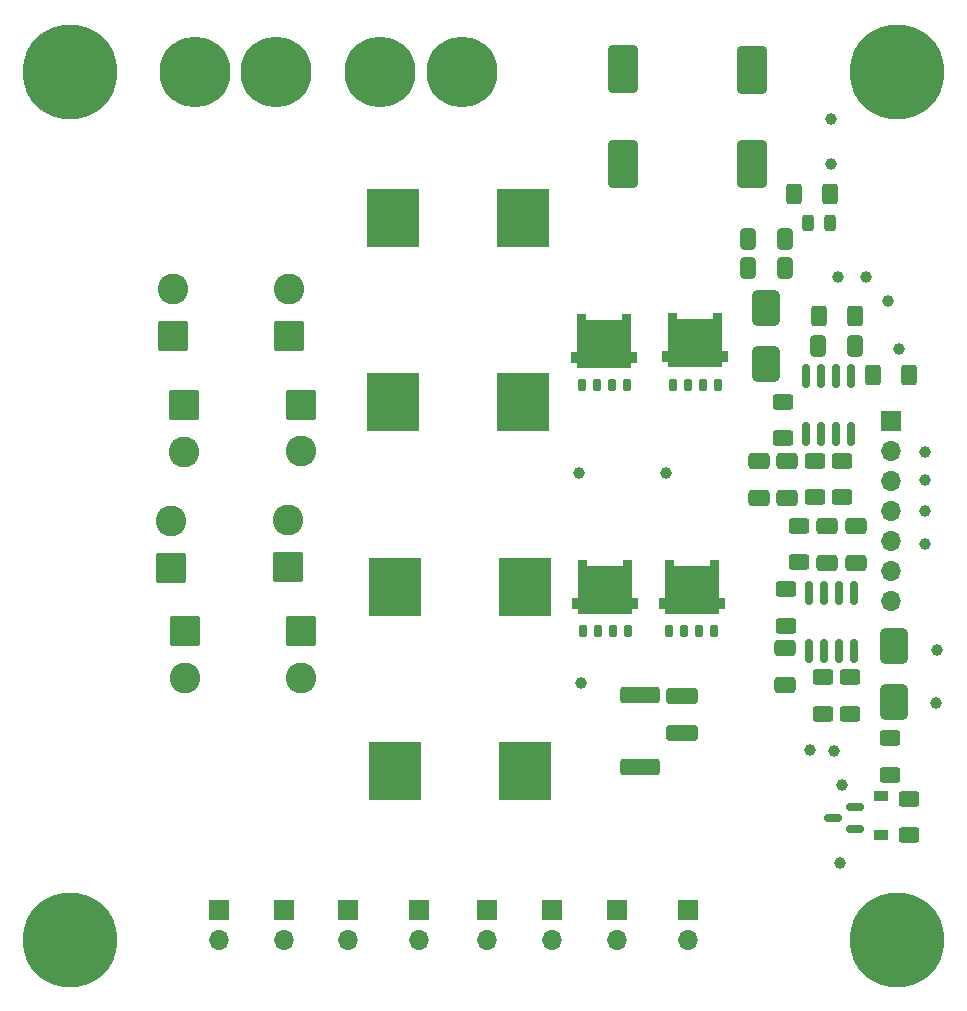
<source format=gbr>
%TF.GenerationSoftware,KiCad,Pcbnew,(6.0.1)*%
%TF.CreationDate,2022-01-20T11:55:35+01:00*%
%TF.ProjectId,BTS-MainBoard-Power,4254532d-4d61-4696-9e42-6f6172642d50,rev?*%
%TF.SameCoordinates,Original*%
%TF.FileFunction,Soldermask,Top*%
%TF.FilePolarity,Negative*%
%FSLAX46Y46*%
G04 Gerber Fmt 4.6, Leading zero omitted, Abs format (unit mm)*
G04 Created by KiCad (PCBNEW (6.0.1)) date 2022-01-20 11:55:35*
%MOMM*%
%LPD*%
G01*
G04 APERTURE LIST*
G04 Aperture macros list*
%AMRoundRect*
0 Rectangle with rounded corners*
0 $1 Rounding radius*
0 $2 $3 $4 $5 $6 $7 $8 $9 X,Y pos of 4 corners*
0 Add a 4 corners polygon primitive as box body*
4,1,4,$2,$3,$4,$5,$6,$7,$8,$9,$2,$3,0*
0 Add four circle primitives for the rounded corners*
1,1,$1+$1,$2,$3*
1,1,$1+$1,$4,$5*
1,1,$1+$1,$6,$7*
1,1,$1+$1,$8,$9*
0 Add four rect primitives between the rounded corners*
20,1,$1+$1,$2,$3,$4,$5,0*
20,1,$1+$1,$4,$5,$6,$7,0*
20,1,$1+$1,$6,$7,$8,$9,0*
20,1,$1+$1,$8,$9,$2,$3,0*%
%AMFreePoly0*
4,1,17,-0.697500,2.280000,2.502500,2.280000,2.502500,1.530000,2.027500,1.530000,2.027500,-1.530000,2.502500,-1.530000,2.502500,-2.280000,-0.697500,-2.280000,-0.697500,-2.775000,-1.602500,-2.775000,-1.602500,-2.280000,-2.027500,-2.280000,-2.027500,2.280000,-1.602500,2.280000,-1.602500,2.775000,-0.697500,2.775000,-0.697500,2.280000,-0.697500,2.280000,$1*%
G04 Aperture macros list end*
%ADD10C,1.000000*%
%ADD11R,4.500000X5.000000*%
%ADD12RoundRect,0.270834X1.029166X-1.029166X1.029166X1.029166X-1.029166X1.029166X-1.029166X-1.029166X0*%
%ADD13C,2.600000*%
%ADD14RoundRect,0.250000X0.625000X-0.400000X0.625000X0.400000X-0.625000X0.400000X-0.625000X-0.400000X0*%
%ADD15RoundRect,0.250000X0.650000X-0.412500X0.650000X0.412500X-0.650000X0.412500X-0.650000X-0.412500X0*%
%ADD16RoundRect,0.150000X-0.150000X0.825000X-0.150000X-0.825000X0.150000X-0.825000X0.150000X0.825000X0*%
%ADD17C,8.000000*%
%ADD18C,0.900000*%
%ADD19R,1.700000X1.700000*%
%ADD20O,1.700000X1.700000*%
%ADD21RoundRect,0.243750X-0.243750X-0.456250X0.243750X-0.456250X0.243750X0.456250X-0.243750X0.456250X0*%
%ADD22C,0.800000*%
%ADD23C,6.000000*%
%ADD24RoundRect,0.270834X-1.029166X1.029166X-1.029166X-1.029166X1.029166X-1.029166X1.029166X1.029166X0*%
%ADD25RoundRect,0.250000X0.400000X0.625000X-0.400000X0.625000X-0.400000X-0.625000X0.400000X-0.625000X0*%
%ADD26RoundRect,0.250000X-0.412500X-0.650000X0.412500X-0.650000X0.412500X0.650000X-0.412500X0.650000X0*%
%ADD27RoundRect,0.250000X-0.625000X0.400000X-0.625000X-0.400000X0.625000X-0.400000X0.625000X0.400000X0*%
%ADD28RoundRect,0.345000X-0.805000X1.155000X-0.805000X-1.155000X0.805000X-1.155000X0.805000X1.155000X0*%
%ADD29RoundRect,0.187500X0.187500X-0.312500X0.187500X0.312500X-0.187500X0.312500X-0.187500X-0.312500X0*%
%ADD30FreePoly0,90.000000*%
%ADD31RoundRect,0.250000X-0.650000X0.412500X-0.650000X-0.412500X0.650000X-0.412500X0.650000X0.412500X0*%
%ADD32RoundRect,0.250000X1.000000X-1.750000X1.000000X1.750000X-1.000000X1.750000X-1.000000X-1.750000X0*%
%ADD33RoundRect,0.250000X-0.400000X-0.625000X0.400000X-0.625000X0.400000X0.625000X-0.400000X0.625000X0*%
%ADD34RoundRect,0.150000X0.587500X0.150000X-0.587500X0.150000X-0.587500X-0.150000X0.587500X-0.150000X0*%
%ADD35RoundRect,0.250000X-1.100000X0.412500X-1.100000X-0.412500X1.100000X-0.412500X1.100000X0.412500X0*%
%ADD36RoundRect,0.249999X-1.425001X0.450001X-1.425001X-0.450001X1.425001X-0.450001X1.425001X0.450001X0*%
%ADD37RoundRect,0.150000X0.150000X-0.825000X0.150000X0.825000X-0.150000X0.825000X-0.150000X-0.825000X0*%
%ADD38R,1.200000X0.900000*%
G04 APERTURE END LIST*
D10*
%TO.C,TP1*%
X186400000Y-81200000D03*
%TD*%
D11*
%TO.C,L1*%
X152300000Y-77000000D03*
X141300000Y-77000000D03*
%TD*%
D12*
%TO.C,J10*%
X132400000Y-90960000D03*
D13*
X132400000Y-87000000D03*
%TD*%
D14*
%TO.C,R11*%
X174600000Y-95950000D03*
X174600000Y-92850000D03*
%TD*%
D15*
%TO.C,C11*%
X178100000Y-90612500D03*
X178100000Y-87487500D03*
%TD*%
D16*
%TO.C,U2*%
X180355000Y-93125000D03*
X179085000Y-93125000D03*
X177815000Y-93125000D03*
X176545000Y-93125000D03*
X176545000Y-98075000D03*
X177815000Y-98075000D03*
X179085000Y-98075000D03*
X180355000Y-98075000D03*
%TD*%
D17*
%TO.C,H4*%
X184000000Y-122500000D03*
D18*
X187000000Y-122500000D03*
X184000000Y-125500000D03*
X181878680Y-120378680D03*
X186121320Y-120378680D03*
X181000000Y-122500000D03*
X181878680Y-124621320D03*
X184000000Y-119500000D03*
X186121320Y-124621320D03*
%TD*%
D19*
%TO.C,J12*%
X132075000Y-119960000D03*
D20*
X132075000Y-122500000D03*
%TD*%
D21*
%TO.C,D4*%
X176462500Y-61800000D03*
X178337500Y-61800000D03*
%TD*%
D22*
%TO.C,H6*%
X145609010Y-47409010D03*
D23*
X147200000Y-49000000D03*
D22*
X144950000Y-49000000D03*
X147200000Y-51250000D03*
X148790990Y-50590990D03*
X148790990Y-47409010D03*
X147200000Y-46750000D03*
X149450000Y-49000000D03*
X145609010Y-50590990D03*
%TD*%
%TO.C,H5*%
X137950000Y-49000000D03*
X142450000Y-49000000D03*
X140200000Y-46750000D03*
D23*
X140200000Y-49000000D03*
D22*
X138609010Y-50590990D03*
X141790990Y-47409010D03*
X141790990Y-50590990D03*
X138609010Y-47409010D03*
X140200000Y-51250000D03*
%TD*%
D10*
%TO.C,TP17*%
X179300000Y-109400000D03*
%TD*%
D24*
%TO.C,J9*%
X133505000Y-77200000D03*
D13*
X133505000Y-81160000D03*
%TD*%
D12*
%TO.C,J4*%
X122495000Y-91000000D03*
D13*
X122495000Y-87040000D03*
%TD*%
D19*
%TO.C,J18*%
X154800000Y-120000000D03*
D20*
X154800000Y-122540000D03*
%TD*%
D18*
%TO.C,H2*%
X181000000Y-49000000D03*
X186121320Y-46878680D03*
D17*
X184000000Y-49000000D03*
D18*
X187000000Y-49000000D03*
X181878680Y-51121320D03*
X181878680Y-46878680D03*
X186121320Y-51121320D03*
X184000000Y-46000000D03*
X184000000Y-52000000D03*
%TD*%
D25*
%TO.C,R5*%
X185050000Y-74700000D03*
X181950000Y-74700000D03*
%TD*%
D10*
%TO.C,TP15*%
X178400000Y-56800000D03*
%TD*%
D19*
%TO.C,J14*%
X143550000Y-119960000D03*
D20*
X143550000Y-122500000D03*
%TD*%
D10*
%TO.C,TP3*%
X184200000Y-72500000D03*
%TD*%
D11*
%TO.C,L2*%
X152300000Y-61400000D03*
X141300000Y-61400000D03*
%TD*%
D10*
%TO.C,TP2*%
X186400000Y-83600000D03*
%TD*%
%TO.C,TP8*%
X186400000Y-86200000D03*
%TD*%
%TO.C,TP10*%
X176600000Y-106400000D03*
%TD*%
D26*
%TO.C,C7*%
X177275000Y-72200000D03*
X180400000Y-72200000D03*
%TD*%
D19*
%TO.C,J16*%
X137550000Y-119960000D03*
D20*
X137550000Y-122500000D03*
%TD*%
D11*
%TO.C,L3*%
X152500000Y-92600000D03*
X141500000Y-92600000D03*
%TD*%
D10*
%TO.C,TP13*%
X187400000Y-98000000D03*
%TD*%
D12*
%TO.C,J6*%
X122695000Y-71400000D03*
D13*
X122695000Y-67440000D03*
%TD*%
D19*
%TO.C,J17*%
X149275000Y-120000000D03*
D20*
X149275000Y-122540000D03*
%TD*%
D27*
%TO.C,R12*%
X175700000Y-87450000D03*
X175700000Y-90550000D03*
%TD*%
D19*
%TO.C,J13*%
X160275000Y-120000000D03*
D20*
X160275000Y-122540000D03*
%TD*%
D17*
%TO.C,H3*%
X114000000Y-122500000D03*
D18*
X116121320Y-124621320D03*
X116121320Y-120378680D03*
X111878680Y-120378680D03*
X111000000Y-122500000D03*
X114000000Y-125500000D03*
X117000000Y-122500000D03*
X114000000Y-119500000D03*
X111878680Y-124621320D03*
%TD*%
D27*
%TO.C,R1*%
X174337500Y-76950000D03*
X174337500Y-80050000D03*
%TD*%
D28*
%TO.C,D2*%
X183700000Y-97600000D03*
X183700000Y-102350000D03*
%TD*%
D29*
%TO.C,Q2*%
X157295000Y-75547250D03*
X158565000Y-75547250D03*
X159835000Y-75547250D03*
X161105000Y-75547250D03*
D30*
X159200000Y-72055000D03*
%TD*%
D27*
%TO.C,R3*%
X183400000Y-105450000D03*
X183400000Y-108550000D03*
%TD*%
%TO.C,R2*%
X185000000Y-110550000D03*
X185000000Y-113650000D03*
%TD*%
D28*
%TO.C,D1*%
X172900000Y-69000000D03*
X172900000Y-73750000D03*
%TD*%
D11*
%TO.C,L4*%
X152500000Y-108200000D03*
X141500000Y-108200000D03*
%TD*%
D31*
%TO.C,C8*%
X174700833Y-81937500D03*
X174700833Y-85062500D03*
%TD*%
D10*
%TO.C,TP9*%
X186400000Y-89000000D03*
%TD*%
D24*
%TO.C,J8*%
X133505000Y-96400000D03*
D13*
X133505000Y-100360000D03*
%TD*%
D27*
%TO.C,R9*%
X179337500Y-81950000D03*
X179337500Y-85050000D03*
%TD*%
D32*
%TO.C,C4*%
X160800000Y-56800000D03*
X160800000Y-48800000D03*
%TD*%
D10*
%TO.C,TP6*%
X179000000Y-66400000D03*
%TD*%
%TO.C,TP19*%
X157200000Y-100800000D03*
%TD*%
D29*
%TO.C,Q5*%
X164695000Y-96347250D03*
X165965000Y-96347250D03*
X167235000Y-96347250D03*
X168505000Y-96347250D03*
D30*
X166600000Y-92855000D03*
%TD*%
D33*
%TO.C,R13*%
X175250000Y-59400000D03*
X178350000Y-59400000D03*
%TD*%
D24*
%TO.C,J7*%
X123705000Y-96400000D03*
D13*
X123705000Y-100360000D03*
%TD*%
D14*
%TO.C,R8*%
X177700000Y-103350000D03*
X177700000Y-100250000D03*
%TD*%
D33*
%TO.C,R4*%
X177350000Y-69700000D03*
X180450000Y-69700000D03*
%TD*%
D32*
%TO.C,C3*%
X171750000Y-56850000D03*
X171750000Y-48850000D03*
%TD*%
D10*
%TO.C,TP4*%
X183200000Y-68400000D03*
%TD*%
D22*
%TO.C,H8*%
X123009010Y-47409010D03*
X124600000Y-51250000D03*
X123009010Y-50590990D03*
D23*
X124600000Y-49000000D03*
D22*
X126190990Y-47409010D03*
X124600000Y-46750000D03*
X126190990Y-50590990D03*
X122350000Y-49000000D03*
X126850000Y-49000000D03*
%TD*%
D26*
%TO.C,C1*%
X171387500Y-65650000D03*
X174512500Y-65650000D03*
%TD*%
D34*
%TO.C,Q1*%
X180437500Y-113150000D03*
X180437500Y-111250000D03*
X178562500Y-112200000D03*
%TD*%
D19*
%TO.C,J15*%
X126550000Y-119960000D03*
D20*
X126550000Y-122500000D03*
%TD*%
D19*
%TO.C,J3*%
X183500000Y-78625000D03*
D20*
X183500000Y-81165000D03*
X183500000Y-83705000D03*
X183500000Y-86245000D03*
X183500000Y-88785000D03*
X183500000Y-91325000D03*
X183500000Y-93865000D03*
%TD*%
D10*
%TO.C,TP11*%
X178700000Y-106500000D03*
%TD*%
%TO.C,TP14*%
X187300000Y-102500000D03*
%TD*%
%TO.C,TP7*%
X181400000Y-66400000D03*
%TD*%
%TO.C,TP18*%
X179200000Y-116000000D03*
%TD*%
D15*
%TO.C,C12*%
X180500000Y-90612500D03*
X180500000Y-87487500D03*
%TD*%
D12*
%TO.C,J5*%
X132495000Y-71400000D03*
D13*
X132495000Y-67440000D03*
%TD*%
D35*
%TO.C,C10*%
X165800000Y-101837500D03*
X165800000Y-104962500D03*
%TD*%
D14*
%TO.C,R10*%
X177034166Y-85050000D03*
X177034166Y-81950000D03*
%TD*%
D15*
%TO.C,C9*%
X174550000Y-100962500D03*
X174550000Y-97837500D03*
%TD*%
D24*
%TO.C,J11*%
X123600000Y-77240000D03*
D13*
X123600000Y-81200000D03*
%TD*%
D26*
%TO.C,C2*%
X171387500Y-63200000D03*
X174512500Y-63200000D03*
%TD*%
D19*
%TO.C,J19*%
X166275000Y-120000000D03*
D20*
X166275000Y-122540000D03*
%TD*%
D10*
%TO.C,TP12*%
X164400000Y-83000000D03*
%TD*%
D17*
%TO.C,H1*%
X114000000Y-49000000D03*
D18*
X114000000Y-52000000D03*
X111000000Y-49000000D03*
X117000000Y-49000000D03*
X116121320Y-46878680D03*
X116121320Y-51121320D03*
X111878680Y-46878680D03*
X114000000Y-46000000D03*
X111878680Y-51121320D03*
%TD*%
D29*
%TO.C,Q4*%
X164995000Y-75502250D03*
X166265000Y-75502250D03*
X167535000Y-75502250D03*
X168805000Y-75502250D03*
D30*
X166900000Y-72010000D03*
%TD*%
D10*
%TO.C,TP5*%
X157100000Y-83000000D03*
%TD*%
D36*
%TO.C,R6*%
X162200000Y-101750000D03*
X162200000Y-107850000D03*
%TD*%
D10*
%TO.C,TP16*%
X178400000Y-53000000D03*
%TD*%
D14*
%TO.C,R7*%
X180000000Y-103350000D03*
X180000000Y-100250000D03*
%TD*%
D22*
%TO.C,H7*%
X129809010Y-50590990D03*
D23*
X131400000Y-49000000D03*
D22*
X132990990Y-50590990D03*
X129150000Y-49000000D03*
X131400000Y-51250000D03*
X131400000Y-46750000D03*
X132990990Y-47409010D03*
X129809010Y-47409010D03*
X133650000Y-49000000D03*
%TD*%
D29*
%TO.C,Q3*%
X157395000Y-96347250D03*
X158665000Y-96347250D03*
X159935000Y-96347250D03*
X161205000Y-96347250D03*
D30*
X159300000Y-92855000D03*
%TD*%
D37*
%TO.C,U1*%
X176332500Y-79725000D03*
X177602500Y-79725000D03*
X178872500Y-79725000D03*
X180142500Y-79725000D03*
X180142500Y-74775000D03*
X178872500Y-74775000D03*
X177602500Y-74775000D03*
X176332500Y-74775000D03*
%TD*%
D31*
%TO.C,C6*%
X172337500Y-81937500D03*
X172337500Y-85062500D03*
%TD*%
D38*
%TO.C,D3*%
X182600000Y-110350000D03*
X182600000Y-113650000D03*
%TD*%
M02*

</source>
